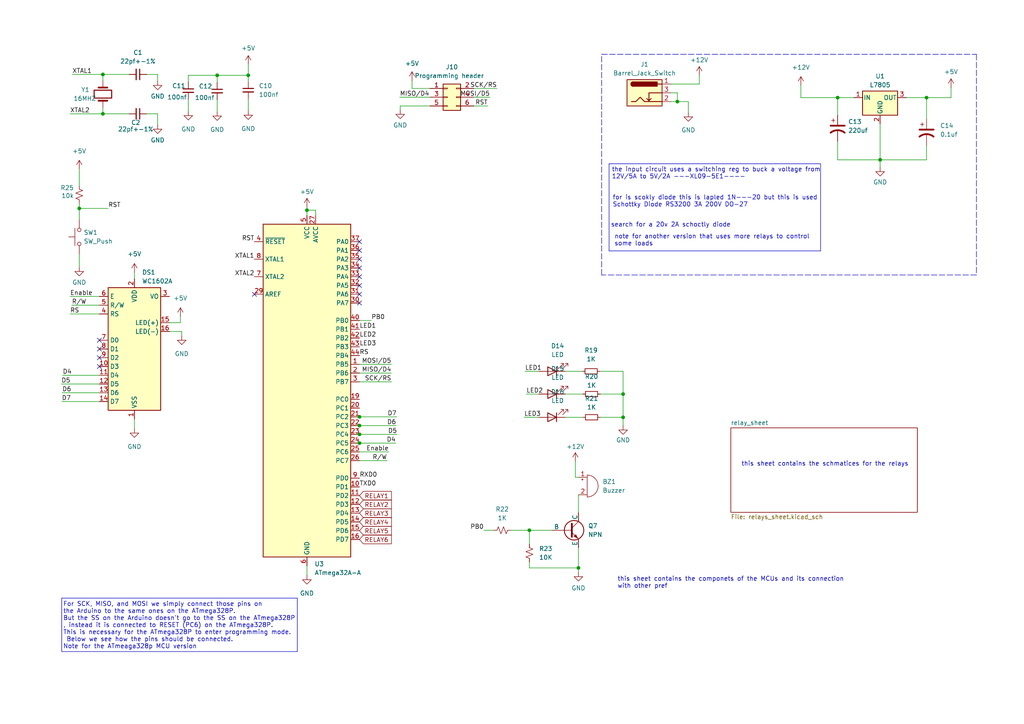
<source format=kicad_sch>
(kicad_sch (version 20230121) (generator eeschema)
  (paper "A4")
  (title_block (title "MainController") (date "2023-12-19"))
  (lib_symbols
    (symbol "Connector:Barrel_Jack_Switch" (pin_names hide)
      (property "Reference" "J" (at 0 5.334 0))
      (property "Value" "Barrel_Jack_Switch" (at 0 -5.08 0))
      (symbol "Barrel_Jack_Switch_0_1"
        (rectangle (start -5.08 3.81) (end 5.08 -3.81) (stroke (width 0.254)) (fill (type background)))
        (arc (start -3.302 3.175) (mid -3.9343 2.54) (end -3.302 1.905) (stroke (width 0.254)))
        (arc (start -3.302 3.175) (mid -3.9343 2.54) (end -3.302 1.905) (stroke (width 0.254)) (fill (type outline)))
        (polyline (pts (xy 1.27 -2.286) (xy 1.905 -1.651)) (stroke (width 0.254)))
        (polyline (pts (xy 5.08 2.54) (xy 3.81 2.54)) (stroke (width 0.254)))
        (polyline (pts (xy 5.08 0) (xy 1.27 0) (xy 1.27 -2.286) (xy 0.635 -1.651)) (stroke (width 0.254)))
        (polyline (pts (xy -3.81 -2.54) (xy -2.54 -2.54) (xy -1.27 -1.27) (xy 0 -2.54) (xy 2.54 -2.54) (xy 5.08 -2.54)) (stroke (width 0.254)))
        (rectangle (start 3.683 3.175) (end -3.302 1.905) (stroke (width 0.254)) (fill (type outline)))
      )
      (symbol "Barrel_Jack_Switch_1_1"
        (pin passive line (at 7.62 2.54 180) (length 2.54) (name "~") (number "1"))
        (pin passive line (at 7.62 -2.54 180) (length 2.54) (name "~") (number "2"))
        (pin passive line (at 7.62 0 180) (length 2.54) (name "~") (number "3"))
      )
    )
    (symbol "Connector_Generic:Conn_02x03_Odd_Even" (pin_names (offset 1.016) hide)
      (property "Reference" "J" (at 1.27 5.08 0))
      (property "Value" "Conn_02x03_Odd_Even" (at 1.27 -5.08 0))
      (symbol "Conn_02x03_Odd_Even_1_1"
        (rectangle (start -1.27 -2.413) (end 0 -2.667) (stroke (width 0.1524)))
        (rectangle (start -1.27 0.127) (end 0 -0.127) (stroke (width 0.1524)))
        (rectangle (start -1.27 2.667) (end 0 2.413) (stroke (width 0.1524)))
        (rectangle (start -1.27 3.81) (end 3.81 -3.81) (stroke (width 0.254)) (fill (type background)))
        (rectangle (start 3.81 -2.413) (end 2.54 -2.667) (stroke (width 0.1524)))
        (rectangle (start 3.81 0.127) (end 2.54 -0.127) (stroke (width 0.1524)))
        (rectangle (start 3.81 2.667) (end 2.54 2.413) (stroke (width 0.1524)))
        (pin passive line (at -5.08 2.54 0) (length 3.81) (name "Pin_1") (number "1"))
        (pin passive line (at 7.62 2.54 180) (length 3.81) (name "Pin_2") (number "2"))
        (pin passive line (at -5.08 0 0) (length 3.81) (name "Pin_3") (number "3"))
        (pin passive line (at 7.62 0 180) (length 3.81) (name "Pin_4") (number "4"))
        (pin passive line (at -5.08 -2.54 0) (length 3.81) (name "Pin_5") (number "5"))
        (pin passive line (at 7.62 -2.54 180) (length 3.81) (name "Pin_6") (number "6"))
      )
    )
    (symbol "Device:Buzzer" (pin_names (offset 0.0254) hide)
      (property "Reference" "BZ" (at 3.81 1.27 0))
      (property "Value" "Buzzer" (at 3.81 -1.27 0))
      (symbol "Buzzer_0_1"
        (arc (start 0 -3.175) (mid 3.1612 0) (end 0 3.175))
        (polyline (pts (xy -1.651 1.905) (xy -1.143 1.905)))
        (polyline (pts (xy -1.397 2.159) (xy -1.397 1.651)))
        (polyline (pts (xy 0 3.175) (xy 0 -3.175)))
      )
      (symbol "Buzzer_1_1"
        (pin passive line (at -2.54 2.54 0) (length 2.54) (name "-") (number "1"))
        (pin passive line (at -2.54 -2.54 0) (length 2.54) (name "+") (number "2"))
      )
    )
    (symbol "Device:C_Polarized_US" (pin_numbers hide) (pin_names (offset 0.254) hide)
      (property "Reference" "C" (at 0.635 2.54 0))
      (property "Value" "C_Polarized_US" (at 0.635 -2.54 0))
      (symbol "C_Polarized_US_0_1"
        (polyline (pts (xy -2.032 0.762) (xy 2.032 0.762)) (stroke (width 0.508)))
        (polyline (pts (xy -1.778 2.286) (xy -0.762 2.286)))
        (polyline (pts (xy -1.27 1.778) (xy -1.27 2.794)))
        (arc (start 2.032 -1.27) (mid 0 -0.5572) (end -2.032 -1.27) (stroke (width 0.508)))
      )
      (symbol "C_Polarized_US_1_1"
        (pin passive line (at 0 3.81 270) (length 2.794) (name "~") (number "1"))
        (pin passive line (at 0 -3.81 90) (length 3.302) (name "~") (number "2"))
      )
    )
    (symbol "Device:C_Small" (pin_numbers hide) (pin_names (offset 0.254) hide)
      (property "Reference" "C" (at 0.254 1.778 0))
      (property "Value" "C_Small" (at 0.254 -2.032 0))
      (symbol "C_Small_0_1"
        (polyline (pts (xy -1.524 -0.508) (xy 1.524 -0.508)) (stroke (width 0.3302)))
        (polyline (pts (xy -1.524 0.508) (xy 1.524 0.508)) (stroke (width 0.3048)))
      )
      (symbol "C_Small_1_1"
        (pin passive line (at 0 2.54 270) (length 2.032) (name "~") (number "1"))
        (pin passive line (at 0 -2.54 90) (length 2.032) (name "~") (number "2"))
      )
    )
    (symbol "Device:Crystal" (pin_numbers hide) (pin_names (offset 1.016) hide)
      (property "Reference" "Y" (at 0 3.81 0))
      (property "Value" "Crystal" (at 0 -3.81 0))
      (symbol "Crystal_0_1"
        (rectangle (start -1.143 2.54) (end 1.143 -2.54) (stroke (width 0.3048)))
        (polyline (pts (xy -2.54 0) (xy -1.905 0)))
        (polyline (pts (xy -1.905 -1.27) (xy -1.905 1.27)) (stroke (width 0.508)))
        (polyline (pts (xy 1.905 -1.27) (xy 1.905 1.27)) (stroke (width 0.508)))
        (polyline (pts (xy 2.54 0) (xy 1.905 0)))
      )
      (symbol "Crystal_1_1"
        (pin passive line (at -3.81 0 0) (length 1.27) (name "1") (number "1"))
        (pin passive line (at 3.81 0 180) (length 1.27) (name "2") (number "2"))
      )
    )
    (symbol "Device:LED" (pin_numbers hide) (pin_names (offset 1.016) hide)
      (property "Reference" "D" (at 0 2.54 0))
      (property "Value" "LED" (at 0 -2.54 0))
      (symbol "LED_0_1"
        (polyline (pts (xy -1.27 -1.27) (xy -1.27 1.27)) (stroke (width 0.254)))
        (polyline (pts (xy -1.27 0) (xy 1.27 0)))
        (polyline (pts (xy 1.27 -1.27) (xy 1.27 1.27) (xy -1.27 0) (xy 1.27 -1.27)) (stroke (width 0.254)))
        (polyline (pts (xy -3.048 -0.762) (xy -4.572 -2.286) (xy -3.81 -2.286) (xy -4.572 -2.286) (xy -4.572 -1.524)))
        (polyline (pts (xy -1.778 -0.762) (xy -3.302 -2.286) (xy -2.54 -2.286) (xy -3.302 -2.286) (xy -3.302 -1.524)))
      )
      (symbol "LED_1_1"
        (pin passive line (at -3.81 0 0) (length 2.54) (name "K") (number "1"))
        (pin passive line (at 3.81 0 180) (length 2.54) (name "A") (number "2"))
      )
    )
    (symbol "Device:R_Small" (pin_numbers hide) (pin_names (offset 0.254) hide)
      (property "Reference" "R" (at 0.762 0.508 0))
      (property "Value" "R_Small" (at 0.762 -1.016 0))
      (symbol "R_Small_0_1"
        (rectangle (start -0.762 1.778) (end 0.762 -1.778) (stroke (width 0.2032)))
      )
      (symbol "R_Small_1_1"
        (pin passive line (at 0 2.54 270) (length 0.762) (name "~") (number "1"))
        (pin passive line (at 0 -2.54 90) (length 0.762) (name "~") (number "2"))
      )
    )
    (symbol "Device:R_Small_US" (pin_numbers hide) (pin_names (offset 0.254) hide)
      (property "Reference" "R" (at 0.762 0.508 0))
      (property "Value" "R_Small_US" (at 0.762 -1.016 0))
      (symbol "R_Small_US_1_1"
        (polyline (pts (xy 0 0) (xy 1.016 -0.381) (xy 0 -0.762) (xy -1.016 -1.143) (xy 0 -1.524)))
        (polyline (pts (xy 0 1.524) (xy 1.016 1.143) (xy 0 0.762) (xy -1.016 0.381) (xy 0 0)))
        (pin passive line (at 0 2.54 270) (length 1.016) (name "~") (number "1"))
        (pin passive line (at 0 -2.54 90) (length 1.016) (name "~") (number "2"))
      )
    )
    (symbol "Display_Character:WC1602A"
      (property "Reference" "DS" (at -5.842 19.05 0))
      (property "Value" "WC1602A" (at 5.334 19.05 0))
      (symbol "WC1602A_1_1"
        (rectangle (start -7.62 17.78) (end 7.62 -17.78) (stroke (width 0.254)) (fill (type background)))
        (pin power_in line (at 0 -20.32 90) (length 2.54) (name "VSS") (number "1"))
        (pin input line (at -10.16 -5.08 0) (length 2.54) (name "D3") (number "10"))
        (pin input line (at -10.16 -7.62 0) (length 2.54) (name "D4") (number "11"))
        (pin input line (at -10.16 -10.16 0) (length 2.54) (name "D5") (number "12"))
        (pin input line (at -10.16 -12.7 0) (length 2.54) (name "D6") (number "13"))
        (pin input line (at -10.16 -15.24 0) (length 2.54) (name "D7") (number "14"))
        (pin power_in line (at 10.16 7.62 180) (length 2.54) (name "LED(+)") (number "15"))
        (pin power_in line (at 10.16 5.08 180) (length 2.54) (name "LED(-)") (number "16"))
        (pin power_in line (at 0 20.32 270) (length 2.54) (name "VDD") (number "2"))
        (pin input line (at 10.16 15.24 180) (length 2.54) (name "VO") (number "3"))
        (pin input line (at -10.16 10.16 0) (length 2.54) (name "RS") (number "4"))
        (pin input line (at -10.16 12.7 0) (length 2.54) (name "R/W") (number "5"))
        (pin input line (at -10.16 15.24 0) (length 2.54) (name "E") (number "6"))
        (pin input line (at -10.16 2.54 0) (length 2.54) (name "D0") (number "7"))
        (pin input line (at -10.16 0 0) (length 2.54) (name "D1") (number "8"))
        (pin input line (at -10.16 -2.54 0) (length 2.54) (name "D2") (number "9"))
      )
    )
    (symbol "MCU_Microchip_ATmega:ATmega32A-A"
      (property "Reference" "U" (at -12.7 49.53 0))
      (property "Value" "ATmega32A-A" (at 2.54 -49.53 0))
      (symbol "ATmega32A-A_0_1"
        (rectangle (start -12.7 -48.26) (end 12.7 48.26) (stroke (width 0.254)) (fill (type background)))
      )
      (symbol "ATmega32A-A_1_1"
        (pin bidirectional line (at 15.24 7.62 180) (length 2.54) (name "PB5") (number "1"))
        (pin bidirectional line (at 15.24 -27.94 180) (length 2.54) (name "PD1") (number "10"))
        (pin bidirectional line (at 15.24 -30.48 180) (length 2.54) (name "PD2") (number "11"))
        (pin bidirectional line (at 15.24 -33.02 180) (length 2.54) (name "PD3") (number "12"))
        (pin bidirectional line (at 15.24 -35.56 180) (length 2.54) (name "PD4") (number "13"))
        (pin bidirectional line (at 15.24 -38.1 180) (length 2.54) (name "PD5") (number "14"))
        (pin bidirectional line (at 15.24 -40.64 180) (length 2.54) (name "PD6") (number "15"))
        (pin bidirectional line (at 15.24 -43.18 180) (length 2.54) (name "PD7") (number "16"))
        (pin passive line (at 0 50.8 270) (length 2.54) hide (name "VCC") (number "17"))
        (pin passive line (at 0 -50.8 90) (length 2.54) hide (name "GND") (number "18"))
        (pin bidirectional line (at 15.24 -2.54 180) (length 2.54) (name "PC0") (number "19"))
        (pin bidirectional line (at 15.24 5.08 180) (length 2.54) (name "PB6") (number "2"))
        (pin bidirectional line (at 15.24 -5.08 180) (length 2.54) (name "PC1") (number "20"))
        (pin bidirectional line (at 15.24 -7.62 180) (length 2.54) (name "PC2") (number "21"))
        (pin bidirectional line (at 15.24 -10.16 180) (length 2.54) (name "PC3") (number "22"))
        (pin bidirectional line (at 15.24 -12.7 180) (length 2.54) (name "PC4") (number "23"))
        (pin bidirectional line (at 15.24 -15.24 180) (length 2.54) (name "PC5") (number "24"))
        (pin bidirectional line (at 15.24 -17.78 180) (length 2.54) (name "PC6") (number "25"))
        (pin bidirectional line (at 15.24 -20.32 180) (length 2.54) (name "PC7") (number "26"))
        (pin power_in line (at 2.54 50.8 270) (length 2.54) (name "AVCC") (number "27"))
        (pin passive line (at 0 -50.8 90) (length 2.54) hide (name "GND") (number "28"))
        (pin passive line (at -15.24 27.94 0) (length 2.54) (name "AREF") (number "29"))
        (pin bidirectional line (at 15.24 2.54 180) (length 2.54) (name "PB7") (number "3"))
        (pin bidirectional line (at 15.24 25.4 180) (length 2.54) (name "PA7") (number "30"))
        (pin bidirectional line (at 15.24 27.94 180) (length 2.54) (name "PA6") (number "31"))
        (pin bidirectional line (at 15.24 30.48 180) (length 2.54) (name "PA5") (number "32"))
        (pin bidirectional line (at 15.24 33.02 180) (length 2.54) (name "PA4") (number "33"))
        (pin bidirectional line (at 15.24 35.56 180) (length 2.54) (name "PA3") (number "34"))
        (pin bidirectional line (at 15.24 38.1 180) (length 2.54) (name "PA2") (number "35"))
        (pin bidirectional line (at 15.24 40.64 180) (length 2.54) (name "PA1") (number "36"))
        (pin bidirectional line (at 15.24 43.18 180) (length 2.54) (name "PA0") (number "37"))
        (pin passive line (at 0 50.8 270) (length 2.54) hide (name "VCC") (number "38"))
        (pin passive line (at 0 -50.8 90) (length 2.54) hide (name "GND") (number "39"))
        (pin input line (at -15.24 43.18 0) (length 2.54) (name "~{RESET}") (number "4"))
        (pin bidirectional line (at 15.24 20.32 180) (length 2.54) (name "PB0") (number "40"))
        (pin bidirectional line (at 15.24 17.78 180) (length 2.54) (name "PB1") (number "41"))
        (pin bidirectional line (at 15.24 15.24 180) (length 2.54) (name "PB2") (number "42"))
        (pin bidirectional line (at 15.24 12.7 180) (length 2.54) (name "PB3") (number "43"))
        (pin bidirectional line (at 15.24 10.16 180) (length 2.54) (name "PB4") (number "44"))
        (pin power_in line (at 0 50.8 270) (length 2.54) (name "VCC") (number "5"))
        (pin power_in line (at 0 -50.8 90) (length 2.54) (name "GND") (number "6"))
        (pin output line (at -15.24 33.02 0) (length 2.54) (name "XTAL2") (number "7"))
        (pin input line (at -15.24 38.1 0) (length 2.54) (name "XTAL1") (number "8"))
        (pin bidirectional line (at 15.24 -25.4 180) (length 2.54) (name "PD0") (number "9"))
      )
    )
    (symbol "Regulator_Linear:L7805" (pin_names (offset 0.254))
      (property "Reference" "U" (at -3.81 3.175 0))
      (property "Value" "L7805" (at 0 3.175 0))
      (symbol "L7805_0_1"
        (rectangle (start -5.08 1.905) (end 5.08 -5.08) (stroke (width 0.254)) (fill (type background)))
      )
      (symbol "L7805_1_1"
        (pin power_in line (at -7.62 0 0) (length 2.54) (name "IN") (number "1"))
        (pin power_in line (at 0 -7.62 90) (length 2.54) (name "GND") (number "2"))
        (pin power_out line (at 7.62 0 180) (length 2.54) (name "OUT") (number "3"))
      )
    )
    (symbol "Simulation_SPICE:NPN" (pin_numbers hide) (pin_names (offset 0))
      (property "Reference" "Q" (at -2.54 7.62 0))
      (property "Value" "NPN" (at -2.54 5.08 0))
      (symbol "NPN_0_1"
        (polyline (pts (xy -2.54 0) (xy 0.635 0)) (stroke (width 0.1524)))
        (polyline (pts (xy 0.635 0.635) (xy 2.54 2.54)))
        (polyline (pts (xy 2.794 -1.27) (xy 2.794 -1.27)) (stroke (width 0.1524)))
        (polyline (pts (xy 2.794 -1.27) (xy 2.794 -1.27)) (stroke (width 0.1524)))
        (polyline (pts (xy 0.635 -0.635) (xy 2.54 -2.54) (xy 2.54 -2.54)))
        (polyline (pts (xy 0.635 1.905) (xy 0.635 -1.905) (xy 0.635 -1.905)) (stroke (width 0.508)))
        (polyline (pts (xy 1.27 -1.778) (xy 1.778 -1.27) (xy 2.286 -2.286) (xy 1.27 -1.778) (xy 1.27 -1.778)) (fill (type outline)))
        (circle (center 1.27 0) (radius 2.8194) (stroke (width 0.254)))
      )
      (symbol "NPN_1_1"
        (pin open_collector line (at 2.54 5.08 270) (length 2.54) (name "C") (number "1"))
        (pin input line (at -5.08 0 0) (length 2.54) (name "B") (number "2"))
        (pin open_emitter line (at 2.54 -5.08 90) (length 2.54) (name "E") (number "3"))
      )
    )
    (symbol "Switch:SW_Push" (pin_numbers hide) (pin_names (offset 1.016) hide)
      (property "Reference" "SW" (at 1.27 2.54 0))
      (property "Value" "SW_Push" (at 0 -1.524 0))
      (symbol "SW_Push_0_1"
        (circle (center -2.032 0) (radius 0.508))
        (polyline (pts (xy 0 1.27) (xy 0 3.048)))
        (polyline (pts (xy 2.54 1.27) (xy -2.54 1.27)))
        (circle (center 2.032 0) (radius 0.508))
        (pin passive line (at -5.08 0 0) (length 2.54) (name "1") (number "1"))
        (pin passive line (at 5.08 0 180) (length 2.54) (name "2") (number "2"))
      )
    )
    (symbol "power:+12V" (power) (pin_names (offset 0))
      (property "Value" "+12V" (at 0 3.556 0))
      (symbol "+12V_0_1"
        (polyline (pts (xy -0.762 1.27) (xy 0 2.54)))
        (polyline (pts (xy 0 0) (xy 0 2.54)))
        (polyline (pts (xy 0 2.54) (xy 0.762 1.27)))
      )
      (symbol "+12V_1_1"
        (pin power_in line (at 0 0 90) (length 0) hide (name "+12V") (number "1"))
      )
    )
    (symbol "power:+5V" (power) (pin_names (offset 0))
      (property "Value" "+5V" (at 0 3.556 0))
      (symbol "+5V_0_1"
        (polyline (pts (xy -0.762 1.27) (xy 0 2.54)))
        (polyline (pts (xy 0 0) (xy 0 2.54)))
        (polyline (pts (xy 0 2.54) (xy 0.762 1.27)))
      )
      (symbol "+5V_1_1"
        (pin power_in line (at 0 0 90) (length 0) hide (name "+5V") (number "1"))
      )
    )
    (symbol "power:GND" (power) (pin_names (offset 0))
      (property "Value" "GND" (at 0 -3.81 0))
      (symbol "GND_0_1"
        (polyline (pts (xy 0 0) (xy 0 -1.27) (xy 1.27 -1.27) (xy 0 -2.54) (xy -1.27 -1.27) (xy 0 -1.27)))
      )
      (symbol "GND_1_1"
        (pin power_in line (at 0 0 270) (length 0) hide (name "GND") (number "1"))
      )
    )
  )
  (junction (at 242.951 28.321))
  (junction (at 180.721 121.031))
  (junction (at 153.543 153.797))
  (junction (at 72.009 21.844))
  (junction (at 29.845 33.02))
  (junction (at 167.767 164.719))
  (junction (at 255.27 46.355))
  (junction (at 104.267 120.904))
  (junction (at 104.267 128.524))
  (junction (at 29.845 21.59))
  (junction (at 104.267 123.444))
  (junction (at 22.987 60.452))
  (junction (at 104.267 125.984))
  (junction (at 180.721 114.3))
  (junction (at 62.992 21.844))
  (junction (at 268.732 28.321))
  (junction (at 196.469 29.464))
  (junction (at 89.027 60.96))
  (no_connect (at 28.829 98.679))
  (no_connect (at 73.787 85.344))
  (no_connect (at 104.267 82.804))
  (no_connect (at 104.267 70.104))
  (no_connect (at 104.267 77.724))
  (no_connect (at 28.829 101.219))
  (no_connect (at 104.267 72.644))
  (no_connect (at 28.829 106.299))
  (no_connect (at 28.829 103.759))
  (no_connect (at 104.267 85.344))
  (no_connect (at 104.267 75.184))
  (no_connect (at 104.267 87.884))
  (no_connect (at 104.267 80.264))
  (polyline (pts (xy 283.21 79.756) (xy 174.498 79.756)) (stroke (width 0) (type dash)))
  (wire (pts (xy 163.957 114.3) (xy 169.037 114.3)))
  (wire (pts (xy 18.161 108.839) (xy 28.829 108.839)))
  (wire (pts (xy 29.845 31.115) (xy 29.845 33.02)))
  (polyline (pts (xy 177.673 47.498) (xy 237.998 47.498)))
  (wire (pts (xy 72.009 21.844) (xy 72.009 23.622)))
  (wire (pts (xy 89.027 60.96) (xy 89.027 62.484)))
  (wire (pts (xy 54.61 28.829) (xy 54.61 32.258)))
  (wire (pts (xy 153.543 162.941) (xy 153.543 164.719)))
  (wire (pts (xy 173.99 107.696) (xy 180.721 107.696)))
  (wire (pts (xy 104.267 120.904) (xy 104.14 120.904)))
  (wire (pts (xy 268.732 46.355) (xy 255.27 46.355)))
  (wire (pts (xy 52.324 93.599) (xy 52.324 91.821)))
  (wire (pts (xy 112.776 131.064) (xy 104.267 131.064)))
  (wire (pts (xy 140.335 153.797) (xy 143.129 153.797)))
  (wire (pts (xy 232.283 24.765) (xy 232.283 28.321)))
  (wire (pts (xy 119.507 25.654) (xy 124.714 25.654)))
  (wire (pts (xy 152.273 107.696) (xy 156.337 107.696)))
  (wire (pts (xy 242.951 46.355) (xy 255.27 46.355)))
  (wire (pts (xy 116.078 30.734) (xy 124.714 30.734)))
  (polyline (pts (xy 237.998 72.771) (xy 176.657 72.771)))
  (wire (pts (xy 104.267 105.664) (xy 113.538 105.664)))
  (wire (pts (xy 115.951 28.194) (xy 124.714 28.194)))
  (wire (pts (xy 194.564 29.464) (xy 196.469 29.464)))
  (wire (pts (xy 72.009 18.669) (xy 72.009 21.844)))
  (wire (pts (xy 72.009 28.702) (xy 72.009 32.131)))
  (wire (pts (xy 153.543 153.797) (xy 153.543 157.861)))
  (wire (pts (xy 137.414 25.654) (xy 144.145 25.654)))
  (polyline (pts (xy 176.657 72.771) (xy 176.657 47.498)))
  (polyline (pts (xy 174.498 15.748) (xy 283.21 15.748)) (stroke (width 0) (type dash)))
  (wire (pts (xy 174.117 114.3) (xy 180.721 114.3)))
  (wire (pts (xy 196.469 29.464) (xy 199.644 29.464)))
  (wire (pts (xy 137.414 30.734) (xy 141.478 30.734)))
  (wire (pts (xy 166.878 133.858) (xy 166.878 138.43)))
  (polyline (pts (xy 17.907 188.976) (xy 86.233 188.976)))
  (wire (pts (xy 242.951 28.321) (xy 242.951 33.401)))
  (wire (pts (xy 22.987 49.022) (xy 22.987 53.848)))
  (wire (pts (xy 62.992 23.876) (xy 62.992 21.844)))
  (wire (pts (xy 268.732 42.164) (xy 268.732 46.355)))
  (wire (pts (xy 45.72 21.59) (xy 45.72 23.495)))
  (wire (pts (xy 255.27 46.355) (xy 255.27 48.514)))
  (wire (pts (xy 167.767 138.43) (xy 166.878 138.43)))
  (wire (pts (xy 115.062 120.904) (xy 104.267 120.904)))
  (wire (pts (xy 114.808 128.524) (xy 104.267 128.524)))
  (wire (pts (xy 20.32 85.979) (xy 28.829 85.979)))
  (wire (pts (xy 104.267 125.984) (xy 104.14 125.984)))
  (wire (pts (xy 17.78 111.379) (xy 28.829 111.379)))
  (wire (pts (xy 62.992 21.844) (xy 72.009 21.844)))
  (wire (pts (xy 268.732 28.321) (xy 275.844 28.321)))
  (wire (pts (xy 194.564 24.384) (xy 202.819 24.384)))
  (wire (pts (xy 38.989 121.539) (xy 38.989 124.333)))
  (wire (pts (xy 20.32 91.059) (xy 28.829 91.059)))
  (wire (pts (xy 62.992 28.956) (xy 62.992 32.385)))
  (wire (pts (xy 174.117 121.031) (xy 180.721 121.031)))
  (wire (pts (xy 29.845 21.59) (xy 37.465 21.59)))
  (wire (pts (xy 104.267 110.744) (xy 113.538 110.744)))
  (polyline (pts (xy 86.233 173.482) (xy 17.907 173.482)))
  (wire (pts (xy 137.414 28.194) (xy 142.113 28.194)))
  (wire (pts (xy 38.989 78.994) (xy 38.989 80.899)))
  (wire (pts (xy 112.268 133.604) (xy 104.267 133.604)))
  (polyline (pts (xy 176.657 47.498) (xy 177.673 47.498)))
  (wire (pts (xy 268.732 28.321) (xy 268.732 34.544)))
  (wire (pts (xy 22.987 60.452) (xy 31.369 60.452)))
  (wire (pts (xy 17.907 116.459) (xy 28.829 116.459)))
  (wire (pts (xy 89.027 60.96) (xy 91.567 60.96)))
  (wire (pts (xy 242.951 28.321) (xy 247.65 28.321)))
  (wire (pts (xy 153.543 153.797) (xy 160.147 153.797)))
  (wire (pts (xy 199.644 29.464) (xy 199.644 32.639)))
  (wire (pts (xy 22.987 73.787) (xy 22.987 77.47)))
  (wire (pts (xy 152.654 114.3) (xy 156.337 114.3)))
  (wire (pts (xy 49.149 93.599) (xy 52.324 93.599)))
  (polyline (pts (xy 237.998 47.498) (xy 237.998 72.771)))
  (wire (pts (xy 104.267 108.204) (xy 113.538 108.204)))
  (wire (pts (xy 232.283 28.321) (xy 242.951 28.321)))
  (wire (pts (xy 20.32 33.02) (xy 29.845 33.02)))
  (wire (pts (xy 89.027 60.071) (xy 89.027 60.96)))
  (wire (pts (xy 202.819 24.384) (xy 202.819 21.844)))
  (wire (pts (xy 62.992 21.844) (xy 54.61 21.844)))
  (wire (pts (xy 153.543 164.719) (xy 167.767 164.719)))
  (wire (pts (xy 180.721 121.031) (xy 180.721 123.444)))
  (wire (pts (xy 119.507 23.368) (xy 119.507 25.654)))
  (wire (pts (xy 52.705 96.139) (xy 52.705 97.409)))
  (wire (pts (xy 242.951 41.021) (xy 242.951 46.355)))
  (wire (pts (xy 42.545 21.59) (xy 45.72 21.59)))
  (wire (pts (xy 167.767 143.51) (xy 167.767 148.717)))
  (wire (pts (xy 45.72 33.02) (xy 45.72 36.195)))
  (wire (pts (xy 163.957 121.031) (xy 169.037 121.031)))
  (wire (pts (xy 49.149 96.139) (xy 52.705 96.139)))
  (wire (pts (xy 91.567 60.96) (xy 91.567 62.484)))
  (wire (pts (xy 22.987 58.928) (xy 22.987 60.452)))
  (wire (pts (xy 20.955 21.59) (xy 29.845 21.59)))
  (wire (pts (xy 89.027 164.084) (xy 89.027 166.878)))
  (wire (pts (xy 194.564 26.924) (xy 196.469 26.924)))
  (wire (pts (xy 18.034 113.919) (xy 28.829 113.919)))
  (wire (pts (xy 148.209 153.797) (xy 153.543 153.797)))
  (wire (pts (xy 262.89 28.321) (xy 268.732 28.321)))
  (wire (pts (xy 116.078 30.734) (xy 116.078 31.877)))
  (polyline (pts (xy 174.498 79.756) (xy 174.498 15.748)) (stroke (width 0) (type dash)))
  (wire (pts (xy 180.721 107.696) (xy 180.721 114.3)))
  (wire (pts (xy 29.845 21.59) (xy 29.845 23.495)))
  (wire (pts (xy 255.27 35.941) (xy 255.27 46.355)))
  (wire (pts (xy 167.767 158.877) (xy 167.767 164.719)))
  (polyline (pts (xy 17.907 173.482) (xy 17.907 173.609)))
  (wire (pts (xy 163.957 107.696) (xy 168.91 107.696)))
  (polyline (pts (xy 283.21 15.748) (xy 283.21 79.756)) (stroke (width 0) (type dash)))
  (wire (pts (xy 180.721 114.3) (xy 180.721 121.031)))
  (wire (pts (xy 42.545 33.02) (xy 45.72 33.02)))
  (polyline (pts (xy 86.233 188.976) (xy 86.233 173.482)))
  (wire (pts (xy 104.267 128.524) (xy 104.14 128.524)))
  (wire (pts (xy 275.844 25.4) (xy 275.844 28.321)))
  (wire (pts (xy 196.469 26.924) (xy 196.469 29.464)))
  (wire (pts (xy 115.189 125.984) (xy 104.267 125.984)))
  (polyline (pts (xy 17.907 173.609) (xy 17.907 188.976)))
  (wire (pts (xy 104.267 123.444) (xy 104.14 123.444)))
  (wire (pts (xy 104.267 92.964) (xy 107.696 92.964)))
  (wire (pts (xy 20.828 88.519) (xy 28.829 88.519)))
  (wire (pts (xy 54.61 21.844) (xy 54.61 23.749)))
  (wire (pts (xy 114.935 123.444) (xy 104.267 123.444)))
  (wire (pts (xy 22.987 60.452) (xy 22.987 63.627)))
  (wire (pts (xy 167.767 164.719) (xy 167.767 165.989)))
  (wire (pts (xy 152.019 121.031) (xy 156.337 121.031)))
  (wire (pts (xy 29.845 33.02) (xy 37.465 33.02)))
  (text "this sheet contains the schmatices for the relays" (at 215.011 135.382 0) (effects (font (size 1.27 1.27)) (justify left bottom)))
  (text "For SCK, MISO, and MOSI we simply connect those pins on \nthe Arduino to the same ones on the ATmega328P. \nBut the SS on the Arduino doesn't go to the SS on the ATmega328P\n, instead it is connected to RESET (PC6) on the ATmega328P. \nThis is necessary for the ATmega328P to enter programming mode.\n Below we see how the pins should be connected.\nNote for the ATmeaga328p MCU version " (at 18.288 188.341 0) (effects (font (size 1.27 1.27)) (justify left bottom)))
  (text "note for another version that uses more relays to control\nsome loads " (at 178.181 71.501 0) (effects (font (size 1.27 1.27)) (justify left bottom)))
  (text "for is scokly diode this is lapled 1N---20 but this is used \nSchottky Diode RS3200 3A 200V DO-27\n" (at 177.673 60.198 0) (effects (font (size 1.27 1.27)) (justify left bottom)))
  (text "the input circuit uses a switching reg to buck a voltage from\n12V/5A to 5V/2A ---XL09-5E1----" (at 177.419 52.07 0) (effects (font (size 1.27 1.27)) (justify left bottom)))
  (text "search for a 20v 2A schoctly diode\n" (at 177.165 66.04 0) (effects (font (size 1.27 1.27)) (justify left bottom)))
  (text "this sheet contains the componets of the MCUs and its connection \nwith other pref" (at 179.07 170.815 0) (effects (font (size 1.27 1.27)) (justify left bottom)))
  (label "MISO{slash}D4" (at 113.538 108.204 180))
  (label "MISO{slash}D4" (at 115.951 28.194 0))
  (label "PB0" (at 140.335 153.797 180))
  (label "D5" (at 115.189 125.984 180))
  (label "LED1" (at 152.273 107.696 0))
  (label "LED1" (at 104.267 95.504 0))
  (label "XTAL1" (at 73.787 75.184 180))
  (label "LED2" (at 152.654 114.3 0))
  (label "LED2" (at 104.267 98.044 0))
  (label "XTAL2" (at 20.32 33.02 0))
  (label "D6" (at 114.935 123.444 180))
  (label "D4" (at 18.161 108.839 0))
  (label "XTAL1" (at 20.955 21.59 0))
  (label "RST" (at 141.478 30.734 180))
  (label "RS" (at 20.32 91.059 0))
  (label "D5" (at 17.78 111.379 0))
  (label "R{slash}W" (at 112.268 133.604 180))
  (label "MOSI{slash}D5" (at 142.113 28.194 180))
  (label "RST" (at 31.369 60.452 0))
  (label "RST" (at 73.787 70.104 180))
  (label "R{slash}W" (at 20.828 88.519 0))
  (label "SCK{slash}RS" (at 144.145 25.654 180))
  (label "D6" (at 18.034 113.919 0))
  (label "D4" (at 114.808 128.524 180))
  (label "D7" (at 115.062 120.904 180))
  (label "RS" (at 104.267 103.124 0))
  (label "PB0" (at 107.696 92.964 0))
  (label "LED3" (at 104.267 100.584 0))
  (label "SCK{slash}RS" (at 113.538 110.744 180))
  (label "TXD0" (at 104.267 141.224 0))
  (label "RXD0" (at 104.267 138.684 0))
  (label "D7" (at 17.907 116.459 0))
  (label "LED3" (at 152.019 121.031 0))
  (label "XTAL2" (at 73.787 80.264 180))
  (label "MOSI{slash}D5" (at 113.538 105.664 180))
  (label "Enable" (at 20.32 85.979 0))
  (label "Enable" (at 112.776 131.064 180))
  (global_label "RELAY2" (shape input) (at 104.267 146.304 0) (property "Intersheetrefs" "${INTERSHEET_REFS}" (effects hide)))
  (global_label "RELAY6" (shape input) (at 104.267 156.464 0) (property "Intersheetrefs" "${INTERSHEET_REFS}" (effects hide)))
  (global_label "RELAY5" (shape input) (at 104.267 153.924 0) (property "Intersheetrefs" "${INTERSHEET_REFS}" (effects hide)))
  (global_label "RELAY3" (shape input) (at 104.267 148.844 0) (property "Intersheetrefs" "${INTERSHEET_REFS}" (effects hide)))
  (global_label "RELAY4" (shape input) (at 104.267 151.384 0) (property "Intersheetrefs" "${INTERSHEET_REFS}" (effects hide)))
  (global_label "RELAY1" (shape input) (at 104.267 143.764 0) (property "Intersheetrefs" "${INTERSHEET_REFS}" (effects hide)))
  (symbol (lib_id "power:GND") (at 62.992 32.385 0) (unit 1)
    (property "Reference" "#PWR037" (effects hide))
    (property "Value" "GND" (at 62.992 37.592 0))
  )
  (symbol (lib_id "Device:C_Polarized_US") (at 268.732 38.354 0) (unit 1)
    (property "Reference" "C14" (at 272.669 36.449 0) (effects (justify left)))
    (property "Value" "0.1uf " (at 272.669 38.989 0) (effects (justify left)))
    (property "Footprint" "Capacitor_THT:CP_Radial_D8.0mm_P2.50mm" (effects hide))
  )
  (symbol (lib_id "power:GND") (at 22.987 77.47 0) (unit 1)
    (property "Reference" "#PWR030" (effects hide))
    (property "Value" "GND" (at 22.987 81.915 0))
  )
  (symbol (lib_id "power:+12V") (at 232.283 24.765 0) (unit 1)
    (property "Reference" "#PWR043" (effects hide))
    (property "Value" "+12V" (at 232.283 19.558 0))
  )
  (symbol (lib_id "Regulator_Linear:L7805") (at 255.27 28.321 0) (unit 1)
    (property "Reference" "U1" (at 255.27 22.098 0))
    (property "Value" "L7805" (at 255.27 24.638 0))
    (property "Footprint" "Package_TO_SOT_THT:TO-220-3_Horizontal_TabDown" (effects hide))
    (property "Datasheet" "http://www.st.com/content/ccc/resource/technical/document/datasheet/41/4f/b3/b0/12/d4/47/88/CD00000444.pdf/files/CD00000444.pdf/jcr:content/translations/en.CD00000444.pdf" (effects hide))
  )
  (symbol (lib_id "Device:LED") (at 160.147 121.031 180) (unit 1)
    (property "Reference" "D16" (at 161.7345 113.665 0))
    (property "Value" "LED" (at 161.7345 116.205 0))
    (property "Footprint" "LED_SMD:LED_1206_3216Metric_Pad1.42x1.75mm_HandSolder" (effects hide))
  )
  (symbol (lib_id "power:GND") (at 180.721 123.444 0) (unit 1)
    (property "Reference" "#PWR039" (effects hide))
    (property "Value" "GND" (at 180.721 127.635 0))
  )
  (symbol (lib_id "Device:C_Small") (at 72.009 26.162 0) (unit 1)
    (property "Reference" "C10" (at 75.057 24.8983 0) (effects (justify left)))
    (property "Value" "100nf" (at 75.057 27.4383 0) (effects (justify left)))
    (property "Footprint" "Capacitor_SMD:C_0402_1005Metric_Pad0.74x0.62mm_HandSolder" (effects hide))
  )
  (symbol (lib_id "power:+5V") (at 22.987 49.022 0) (unit 1)
    (property "Reference" "#PWR029" (effects hide))
    (property "Value" "+5V" (at 22.987 43.815 0))
  )
  (symbol (lib_id "Simulation_SPICE:NPN") (at 165.227 153.797 0) (unit 1)
    (property "Reference" "Q7" (at 170.561 152.527 0) (effects (justify left)))
    (property "Value" "NPN" (at 170.561 155.067 0) (effects (justify left)))
    (property "Footprint" "Package_TO_SOT_SMD:SOT-23" (effects hide))
    (property "Sim.Device" "NPN" (effects hide))
    (property "Sim.Type" "GUMMELPOON" (effects hide))
    (property "Sim.Pins" "1=C 2=B 3=E" (effects hide))
  )
  (symbol (lib_id "Device:R_Small_US") (at 145.669 153.797 90) (unit 1)
    (property "Reference" "R22" (at 145.669 147.701 90))
    (property "Value" "1K" (at 145.669 150.241 90))
    (property "Footprint" "Resistor_SMD:R_1206_3216Metric_Pad1.30x1.75mm_HandSolder" (effects hide))
  )
  (symbol (lib_id "power:+12V") (at 202.819 21.844 0) (unit 1)
    (property "Reference" "#PWR04" (effects hide))
    (property "Value" "+12V" (at 202.819 17.399 0))
  )
  (symbol (lib_id "Device:C_Small") (at 54.61 26.289 0) (unit 1)
    (property "Reference" "C12" (at 57.658 25.0253 0) (effects (justify left)))
    (property "Value" "100nf" (at 48.514 28.194 0) (effects (justify left)))
    (property "Footprint" "Capacitor_SMD:C_0402_1005Metric_Pad0.74x0.62mm_HandSolder" (effects hide))
  )
  (symbol (lib_id "power:+5V") (at 89.027 60.071 0) (unit 1)
    (property "Reference" "#PWR041" (effects hide))
    (property "Value" "+5V" (at 89.027 55.626 0))
  )
  (symbol (lib_id "Device:R_Small") (at 171.577 121.031 90) (unit 1)
    (property "Reference" "R21" (at 171.577 115.57 90))
    (property "Value" "1K" (at 171.577 118.11 90))
    (property "Footprint" "Resistor_SMD:R_1206_3216Metric_Pad1.30x1.75mm_HandSolder" (effects hide))
  )
  (symbol (lib_id "Device:C_Small") (at 40.005 21.59 270) (unit 1)
    (property "Reference" "C1" (at 39.9986 15.24 90))
    (property "Value" "22pf+-1%" (at 39.9986 17.78 90))
    (property "Footprint" "Capacitor_SMD:C_0805_2012Metric_Pad1.18x1.45mm_HandSolder" (effects hide))
  )
  (symbol (lib_id "Switch:SW_Push") (at 22.987 68.707 90) (unit 1)
    (property "Reference" "SW1" (at 24.257 67.437 90) (effects (justify right)))
    (property "Value" "SW_Push" (at 24.257 69.977 90) (effects (justify right)))
    (property "Footprint" "Button_Switch_SMD:SW_Push_SPST_NO_Alps_SKRK" (effects hide))
  )
  (symbol (lib_id "power:GND") (at 89.027 166.878 0) (unit 1)
    (property "Reference" "#PWR028" (effects hide))
    (property "Value" "GND" (at 89.027 172.085 0))
  )
  (symbol (lib_id "power:GND") (at 52.705 97.409 0) (unit 1)
    (property "Reference" "#PWR026" (effects hide))
    (property "Value" "GND" (at 52.705 102.616 0))
  )
  (symbol (lib_id "Device:C_Polarized_US") (at 242.951 37.211 0) (unit 1)
    (property "Reference" "C13" (at 245.999 35.306 0) (effects (justify left)))
    (property "Value" "220uf" (at 245.999 37.846 0) (effects (justify left)))
    (property "Footprint" "Capacitor_THT:CP_Radial_D8.0mm_P2.50mm" (effects hide))
  )
  (symbol (lib_id "power:GND") (at 72.009 32.131 0) (unit 1)
    (property "Reference" "#PWR035" (effects hide))
    (property "Value" "GND" (at 72.009 37.338 0))
  )
  (symbol (lib_id "Device:LED") (at 160.147 107.696 180) (unit 1)
    (property "Reference" "D14" (at 161.7345 100.33 0))
    (property "Value" "LED" (at 161.7345 102.87 0))
    (property "Footprint" "LED_SMD:LED_1206_3216Metric_Pad1.42x1.75mm_HandSolder" (effects hide))
  )
  (symbol (lib_id "power:GND") (at 45.72 36.195 0) (unit 1)
    (property "Reference" "#PWR02" (effects hide))
    (property "Value" "GND" (at 45.72 40.64 0))
  )
  (symbol (lib_id "Connector_Generic:Conn_02x03_Odd_Even") (at 129.794 28.194 0) (unit 1)
    (property "Reference" "J10" (at 131.064 19.431 0))
    (property "Value" "Programming header " (at 130.81 21.971 0))
    (property "Footprint" "Connector_PinHeader_2.54mm:PinHeader_1x06_P2.54mm_Vertical" (effects hide))
  )
  (symbol (lib_id "Display_Character:WC1602A") (at 38.989 101.219 0) (unit 1)
    (property "Reference" "DS1" (at 41.1831 78.994 0) (effects (justify left)))
    (property "Value" "WC1602A" (at 41.1831 81.534 0) (effects (justify left)))
    (property "Footprint" "Display:WC1602A" (effects hide))
    (property "Datasheet" "http://www.wincomlcd.com/pdf/WC1602A-SFYLYHTC06.pdf" (effects hide))
  )
  (symbol (lib_id "power:+5V") (at 119.507 23.368 0) (unit 1)
    (property "Reference" "#PWR036" (effects hide))
    (property "Value" "+5V" (at 119.507 18.415 0))
  )
  (symbol (lib_id "power:GND") (at 167.767 165.989 0) (unit 1)
    (property "Reference" "#PWR03" (effects hide))
    (property "Value" "GND" (at 167.767 170.561 0))
  )
  (symbol (lib_id "Device:C_Small") (at 40.005 33.02 270) (unit 1)
    (property "Reference" "C2" (at 39.37 35.56 90))
    (property "Value" "22pf+-1%" (at 39.37 37.465 90))
    (property "Footprint" "Capacitor_SMD:C_0805_2012Metric_Pad1.18x1.45mm_HandSolder" (effects hide))
  )
  (symbol (lib_id "Device:R_Small_US") (at 153.543 160.401 0) (unit 1)
    (property "Reference" "R23" (at 156.337 159.131 0) (effects (justify left)))
    (property "Value" "10K" (at 156.337 161.671 0) (effects (justify left)))
    (property "Footprint" "Resistor_SMD:R_1206_3216Metric_Pad1.30x1.75mm_HandSolder" (effects hide))
  )
  (symbol (lib_id "power:GND") (at 199.644 32.639 0) (unit 1)
    (property "Reference" "#PWR05" (effects hide))
    (property "Value" "GND" (at 199.644 37.719 0))
  )
  (symbol (lib_id "Device:R_Small") (at 171.45 107.696 90) (unit 1)
    (property "Reference" "R19" (at 171.45 101.6 90))
    (property "Value" "1K" (at 171.45 104.14 90))
    (property "Footprint" "Resistor_SMD:R_1206_3216Metric_Pad1.30x1.75mm_HandSolder" (effects hide))
  )
  (symbol (lib_id "power:+5V") (at 275.844 25.4 0) (unit 1)
    (property "Reference" "#PWR044" (effects hide))
    (property "Value" "+5V" (at 275.844 20.828 0))
  )
  (symbol (lib_id "Device:R_Small_US") (at 22.987 56.388 180) (unit 1)
    (property "Reference" "R25" (at 17.526 54.483 0) (effects (justify right)))
    (property "Value" "10k" (at 17.78 56.769 0) (effects (justify right)))
    (property "Footprint" "Resistor_SMD:R_1206_3216Metric_Pad1.30x1.75mm_HandSolder" (effects hide))
  )
  (symbol (lib_id "power:GND") (at 116.078 31.877 0) (unit 1)
    (property "Reference" "#PWR038" (effects hide))
    (property "Value" "GND" (at 116.078 36.322 0))
  )
  (symbol (lib_id "power:GND") (at 45.72 23.495 0) (unit 1)
    (property "Reference" "#PWR01" (effects hide))
    (property "Value" "GND" (at 45.72 27.94 0))
  )
  (symbol (lib_id "power:GND") (at 255.27 48.514 0) (unit 1)
    (property "Reference" "#PWR031" (effects hide))
    (property "Value" "GND" (at 255.27 52.832 0))
  )
  (symbol (lib_id "power:+5V") (at 38.989 78.994 0) (unit 1)
    (property "Reference" "#PWR023" (effects hide))
    (property "Value" "+5V" (at 38.989 73.66 0))
  )
  (symbol (lib_id "power:GND") (at 54.61 32.258 0) (unit 1)
    (property "Reference" "#PWR040" (effects hide))
    (property "Value" "GND" (at 54.61 37.465 0))
  )
  (symbol (lib_id "MCU_Microchip_ATmega:ATmega32A-A") (at 89.027 113.284 0) (unit 1)
    (property "Reference" "U3" (at 91.2211 163.576 0) (effects (justify left)))
    (property "Value" "ATmega32A-A" (at 91.2211 166.116 0) (effects (justify left)))
    (property "Footprint" "Package_QFP:TQFP-44_10x10mm_P0.8mm" (effects hide))
    (property "Datasheet" "http://ww1.microchip.com/downloads/en/DeviceDoc/atmel-8155-8-bit-microcontroller-avr-atmega32a_datasheet.pdf" (effects hide))
  )
  (symbol (lib_id "power:+5V") (at 52.324 91.821 0) (unit 1)
    (property "Reference" "#PWR025" (effects hide))
    (property "Value" "+5V" (at 52.324 86.487 0))
  )
  (symbol (lib_id "power:GND") (at 38.989 124.333 0) (unit 1)
    (property "Reference" "#PWR024" (effects hide))
    (property "Value" "GND" (at 38.989 129.54 0))
  )
  (symbol (lib_id "Device:LED") (at 160.147 114.3 180) (unit 1)
    (property "Reference" "D15" (at 161.7345 106.934 0))
    (property "Value" "LED" (at 161.7345 109.474 0))
    (property "Footprint" "LED_SMD:LED_1206_3216Metric_Pad1.42x1.75mm_HandSolder" (effects hide))
  )
  (symbol (lib_id "power:+12V") (at 166.878 133.858 0) (unit 1)
    (property "Reference" "#PWR06" (effects hide))
    (property "Value" "+12V" (at 166.878 129.54 0))
  )
  (symbol (lib_id "power:+5V") (at 72.009 18.669 0) (unit 1)
    (property "Reference" "#PWR034" (effects hide))
    (property "Value" "+5V" (at 72.009 13.97 0))
  )
  (symbol (lib_id "Device:Crystal") (at 29.845 27.305 270) (unit 1)
    (property "Reference" "Y1" (at 23.495 26.035 90) (effects (justify left)))
    (property "Value" " 16MHZ " (at 20.32 28.575 90) (effects (justify left)))
    (property "Footprint" "Crystal:Crystal_HC49-U_Vertical" (effects hide))
  )
  (symbol (lib_id "Device:Buzzer") (at 170.307 140.97 0) (unit 1)
    (property "Reference" "BZ1" (at 174.752 139.7 0) (effects (justify left)))
    (property "Value" "Buzzer" (at 174.752 142.24 0) (effects (justify left)))
    (property "Footprint" "Buzzer_Beeper:Buzzer_12x9.5RM7.6" (effects hide))
  )
  (symbol (lib_id "Connector:Barrel_Jack_Switch") (at 186.944 26.924 0) (unit 1)
    (property "Reference" "J1" (at 186.944 18.669 0))
    (property "Value" "Barrel_Jack_Switch" (at 186.944 21.209 0))
    (property "Footprint" "Connector_BarrelJack:BarrelJack_Horizontal" (effects hide))
  )
  (symbol (lib_id "Device:C_Small") (at 62.992 26.416 0) (unit 1)
    (property "Reference" "C11" (at 49.911 24.892 0) (effects (justify left)))
    (property "Value" "100nf" (at 56.515 28.321 0) (effects (justify left)))
    (property "Footprint" "Capacitor_SMD:C_0402_1005Metric_Pad0.74x0.62mm_HandSolder" (effects hide))
  )
  (symbol (lib_id "Device:R_Small") (at 171.577 114.3 90) (unit 1)
    (property "Reference" "R20" (at 171.577 109.22 90))
    (property "Value" "1K" (at 171.577 111.76 90))
    (property "Footprint" "Resistor_SMD:R_1206_3216Metric_Pad1.30x1.75mm_HandSolder" (effects hide))
  )
  (sheet (at 211.963 124.079) (size 54.102 24.511) (stroke (width 0.1524))
    (property "Sheetname" "relay_sheet" (at 211.963 123.3674 0) (effects (justify left bottom)))
    (property "Sheetfile" "relays_sheet.kicad_sch" (at 211.963 149.1746 0) (effects (justify left top)))
  )
)
</source>
